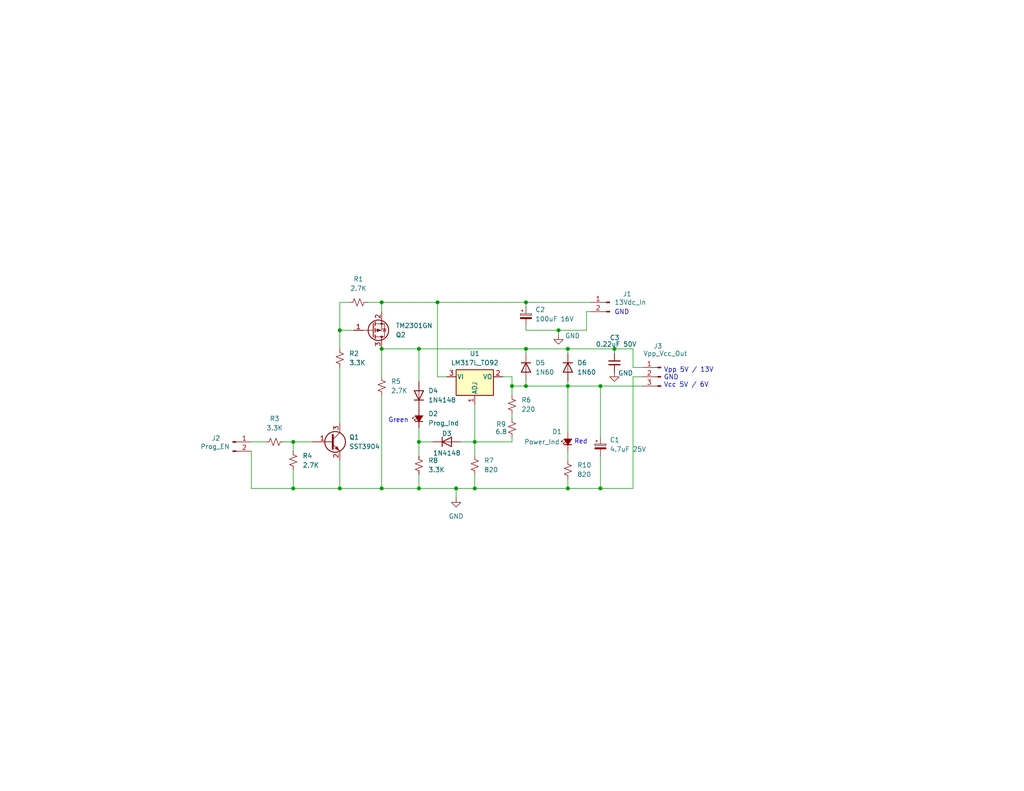
<source format=kicad_sch>
(kicad_sch (version 20231120) (generator "eeschema") (generator_version "8.0")
  (paper "USLetter")
  (title_block (title "EPROM Programmer Power Supply") (date "2025-10-31") (rev "0.1") (company "Department of Computer Technology, College of Computer Studies") (comment 1 "De La Salle University, Manila") (comment 2 "Design: Clement Ong"))
  (lib_symbols
    (symbol "Connector:Conn_01x02_Pin" (pin_names (offset 1.016) hide)
      (property "Reference" "J" (at 0 2.54 0))
      (property "Value" "Conn_01x02_Pin" (at 0 -5.08 0))
      (symbol "Conn_01x02_Pin_1_1"
        (polyline (pts (xy 1.27 -2.54) (xy 0.8636 -2.54)) (stroke (width 0.1524)))
        (polyline (pts (xy 1.27 0) (xy 0.8636 0)) (stroke (width 0.1524)))
        (rectangle (start 0.8636 -2.413) (end 0 -2.667) (stroke (width 0.1524)) (fill (type outline)))
        (rectangle (start 0.8636 0.127) (end 0 -0.127) (stroke (width 0.1524)) (fill (type outline)))
        (pin passive line (at 5.08 0 180) (length 3.81) (name "Pin_1") (number "1"))
        (pin passive line (at 5.08 -2.54 180) (length 3.81) (name "Pin_2") (number "2"))
      )
    )
    (symbol "Connector:Conn_01x03_Pin" (pin_names (offset 1.016) hide)
      (property "Reference" "J" (at 0 5.08 0))
      (property "Value" "Conn_01x03_Pin" (at 0 -5.08 0))
      (symbol "Conn_01x03_Pin_1_1"
        (polyline (pts (xy 1.27 -2.54) (xy 0.8636 -2.54)) (stroke (width 0.1524)))
        (polyline (pts (xy 1.27 0) (xy 0.8636 0)) (stroke (width 0.1524)))
        (polyline (pts (xy 1.27 2.54) (xy 0.8636 2.54)) (stroke (width 0.1524)))
        (rectangle (start 0.8636 -2.413) (end 0 -2.667) (stroke (width 0.1524)) (fill (type outline)))
        (rectangle (start 0.8636 0.127) (end 0 -0.127) (stroke (width 0.1524)) (fill (type outline)))
        (rectangle (start 0.8636 2.667) (end 0 2.413) (stroke (width 0.1524)) (fill (type outline)))
        (pin passive line (at 5.08 2.54 180) (length 3.81) (name "Pin_1") (number "1"))
        (pin passive line (at 5.08 0 180) (length 3.81) (name "Pin_2") (number "2"))
        (pin passive line (at 5.08 -2.54 180) (length 3.81) (name "Pin_3") (number "3"))
      )
    )
    (symbol "Device:C_Polarized_Small" (pin_numbers hide) (pin_names (offset 0.254) hide)
      (property "Reference" "C" (at 0.254 1.778 0))
      (property "Value" "C_Polarized_Small" (at 0.254 -2.032 0))
      (symbol "C_Polarized_Small_0_1"
        (rectangle (start -1.524 -0.3048) (end 1.524 -0.6858) (fill (type outline)))
        (rectangle (start -1.524 0.6858) (end 1.524 0.3048))
        (polyline (pts (xy -1.27 1.524) (xy -0.762 1.524)))
        (polyline (pts (xy -1.016 1.27) (xy -1.016 1.778)))
      )
      (symbol "C_Polarized_Small_1_1"
        (pin passive line (at 0 2.54 270) (length 1.8542) (name "~") (number "1"))
        (pin passive line (at 0 -2.54 90) (length 1.8542) (name "~") (number "2"))
      )
    )
    (symbol "Device:C_Small" (pin_numbers hide) (pin_names (offset 0.254) hide)
      (property "Reference" "C" (at 0.254 1.778 0))
      (property "Value" "C_Small" (at 0.254 -2.032 0))
      (symbol "C_Small_0_1"
        (polyline (pts (xy -1.524 -0.508) (xy 1.524 -0.508)) (stroke (width 0.3302)))
        (polyline (pts (xy -1.524 0.508) (xy 1.524 0.508)) (stroke (width 0.3048)))
      )
      (symbol "C_Small_1_1"
        (pin passive line (at 0 2.54 270) (length 2.032) (name "~") (number "1"))
        (pin passive line (at 0 -2.54 90) (length 2.032) (name "~") (number "2"))
      )
    )
    (symbol "Device:LED_Small_Filled" (pin_numbers hide) (pin_names (offset 0.254) hide)
      (property "Reference" "D" (at -1.27 3.175 0))
      (property "Value" "LED_Small_Filled" (at -4.445 -2.54 0))
      (symbol "LED_Small_Filled_0_1"
        (polyline (pts (xy -0.762 -1.016) (xy -0.762 1.016)) (stroke (width 0.254)))
        (polyline (pts (xy 1.016 0) (xy -0.762 0)))
        (polyline (pts (xy 0.762 -1.016) (xy -0.762 0) (xy 0.762 1.016) (xy 0.762 -1.016)) (stroke (width 0.254)) (fill (type outline)))
        (polyline (pts (xy 0 0.762) (xy -0.508 1.27) (xy -0.254 1.27) (xy -0.508 1.27) (xy -0.508 1.016)))
        (polyline (pts (xy 0.508 1.27) (xy 0 1.778) (xy 0.254 1.778) (xy 0 1.778) (xy 0 1.524)))
      )
      (symbol "LED_Small_Filled_1_1"
        (pin passive line (at -2.54 0 0) (length 1.778) (name "K") (number "1"))
        (pin passive line (at 2.54 0 180) (length 1.778) (name "A") (number "2"))
      )
    )
    (symbol "Device:Q_PMOS_GSD" (pin_names (offset 0) hide)
      (property "Reference" "Q" (at 5.08 1.27 0))
      (property "Value" "Q_PMOS_GSD" (at 5.08 -1.27 0))
      (symbol "Q_PMOS_GSD_0_1"
        (polyline (pts (xy 0.254 0) (xy -2.54 0)))
        (polyline (pts (xy 0.254 1.905) (xy 0.254 -1.905)) (stroke (width 0.254)))
        (polyline (pts (xy 0.762 -1.27) (xy 0.762 -2.286)) (stroke (width 0.254)))
        (polyline (pts (xy 0.762 0.508) (xy 0.762 -0.508)) (stroke (width 0.254)))
        (polyline (pts (xy 0.762 2.286) (xy 0.762 1.27)) (stroke (width 0.254)))
        (polyline (pts (xy 2.54 2.54) (xy 2.54 1.778)))
        (polyline (pts (xy 2.54 -2.54) (xy 2.54 0) (xy 0.762 0)))
        (polyline (pts (xy 0.762 1.778) (xy 3.302 1.778) (xy 3.302 -1.778) (xy 0.762 -1.778)))
        (polyline (pts (xy 2.286 0) (xy 1.27 0.381) (xy 1.27 -0.381) (xy 2.286 0)) (fill (type outline)))
        (polyline (pts (xy 2.794 -0.508) (xy 2.921 -0.381) (xy 3.683 -0.381) (xy 3.81 -0.254)))
        (polyline (pts (xy 3.302 -0.381) (xy 2.921 0.254) (xy 3.683 0.254) (xy 3.302 -0.381)))
        (circle (center 1.651 0) (radius 2.794) (stroke (width 0.254)))
        (circle (center 2.54 -1.778) (radius 0.254) (fill (type outline)))
        (circle (center 2.54 1.778) (radius 0.254) (fill (type outline)))
      )
      (symbol "Q_PMOS_GSD_1_1"
        (pin input line (at -5.08 0 0) (length 2.54) (name "G") (number "1"))
        (pin passive line (at 2.54 -5.08 90) (length 2.54) (name "S") (number "2"))
        (pin passive line (at 2.54 5.08 270) (length 2.54) (name "D") (number "3"))
      )
    )
    (symbol "Device:R_Small_US" (pin_numbers hide) (pin_names (offset 0.254) hide)
      (property "Reference" "R" (at 0.762 0.508 0))
      (property "Value" "R_Small_US" (at 0.762 -1.016 0))
      (symbol "R_Small_US_1_1"
        (polyline (pts (xy 0 0) (xy 1.016 -0.381) (xy 0 -0.762) (xy -1.016 -1.143) (xy 0 -1.524)))
        (polyline (pts (xy 0 1.524) (xy 1.016 1.143) (xy 0 0.762) (xy -1.016 0.381) (xy 0 0)))
        (pin passive line (at 0 2.54 270) (length 1.016) (name "~") (number "1"))
        (pin passive line (at 0 -2.54 90) (length 1.016) (name "~") (number "2"))
      )
    )
    (symbol "Diode:1N4148" (pin_numbers hide) (pin_names hide)
      (property "Reference" "D" (at 0 2.54 0))
      (property "Value" "1N4148" (at 0 -2.54 0))
      (symbol "1N4148_0_1"
        (polyline (pts (xy -1.27 1.27) (xy -1.27 -1.27)) (stroke (width 0.254)))
        (polyline (pts (xy 1.27 0) (xy -1.27 0)))
        (polyline (pts (xy 1.27 1.27) (xy 1.27 -1.27) (xy -1.27 0) (xy 1.27 1.27)) (stroke (width 0.254)))
      )
      (symbol "1N4148_1_1"
        (pin passive line (at -3.81 0 0) (length 2.54) (name "K") (number "1"))
        (pin passive line (at 3.81 0 180) (length 2.54) (name "A") (number "2"))
      )
    )
    (symbol "Diode:1N914" (pin_numbers hide) (pin_names hide)
      (property "Reference" "D" (at 0 2.54 0))
      (property "Value" "1N914" (at 0 -2.54 0))
      (symbol "1N914_0_1"
        (polyline (pts (xy -1.27 1.27) (xy -1.27 -1.27)) (stroke (width 0.254)))
        (polyline (pts (xy 1.27 0) (xy -1.27 0)))
        (polyline (pts (xy 1.27 1.27) (xy 1.27 -1.27) (xy -1.27 0) (xy 1.27 1.27)) (stroke (width 0.254)))
      )
      (symbol "1N914_1_1"
        (pin passive line (at -3.81 0 0) (length 2.54) (name "K") (number "1"))
        (pin passive line (at 3.81 0 180) (length 2.54) (name "A") (number "2"))
      )
    )
    (symbol "Regulator_Linear:LM317L_TO92" (pin_names (offset 0.254))
      (property "Reference" "U" (at -3.81 3.175 0))
      (property "Value" "LM317L_TO92" (at 0 3.175 0))
      (symbol "LM317L_TO92_0_1"
        (rectangle (start -5.08 1.905) (end 5.08 -5.08) (stroke (width 0.254)) (fill (type background)))
      )
      (symbol "LM317L_TO92_1_1"
        (pin input line (at 0 -7.62 90) (length 2.54) (name "ADJ") (number "1"))
        (pin power_out line (at 7.62 0 180) (length 2.54) (name "VO") (number "2"))
        (pin power_in line (at -7.62 0 0) (length 2.54) (name "VI") (number "3"))
      )
    )
    (symbol "Transistor_BJT:MMBT3904" (pin_names (offset 0) hide)
      (property "Reference" "Q" (at 5.08 1.905 0))
      (property "Value" "MMBT3904" (at 5.08 0 0))
      (symbol "MMBT3904_0_1"
        (polyline (pts (xy 0.635 0.635) (xy 2.54 2.54)))
        (polyline (pts (xy 0.635 -0.635) (xy 2.54 -2.54) (xy 2.54 -2.54)))
        (polyline (pts (xy 0.635 1.905) (xy 0.635 -1.905) (xy 0.635 -1.905)) (stroke (width 0.508)))
        (polyline (pts (xy 1.27 -1.778) (xy 1.778 -1.27) (xy 2.286 -2.286) (xy 1.27 -1.778) (xy 1.27 -1.778)) (fill (type outline)))
        (circle (center 1.27 0) (radius 2.8194) (stroke (width 0.254)))
      )
      (symbol "MMBT3904_1_1"
        (pin input line (at -5.08 0 0) (length 5.715) (name "B") (number "1"))
        (pin passive line (at 2.54 -5.08 90) (length 2.54) (name "E") (number "2"))
        (pin passive line (at 2.54 5.08 270) (length 2.54) (name "C") (number "3"))
      )
    )
    (symbol "power:GND" (power) (pin_numbers hide) (pin_names (offset 0) hide)
      (property "Value" "GND" (at 0 -3.81 0))
      (symbol "GND_0_1"
        (polyline (pts (xy 0 0) (xy 0 -1.27) (xy 1.27 -1.27) (xy 0 -2.54) (xy -1.27 -1.27) (xy 0 -1.27)))
      )
      (symbol "GND_1_1"
        (pin power_in line (at 0 0 270) (length 0) (name "~") (number "1"))
      )
    )
  )
  (junction (at 143.51 82.55))
  (junction (at 104.14 82.55))
  (junction (at 114.3 120.65))
  (junction (at 139.7 105.41))
  (junction (at 114.3 95.25))
  (junction (at 124.46 133.35))
  (junction (at 163.83 133.35))
  (junction (at 129.54 133.35))
  (junction (at 163.83 105.41))
  (junction (at 129.54 120.65))
  (junction (at 119.38 82.55))
  (junction (at 154.94 95.25))
  (junction (at 80.01 120.65))
  (junction (at 92.71 90.17))
  (junction (at 104.14 133.35))
  (junction (at 143.51 95.25))
  (junction (at 143.51 105.41))
  (junction (at 80.01 133.35))
  (junction (at 114.3 133.35))
  (junction (at 167.64 95.25))
  (junction (at 152.4 90.17))
  (junction (at 154.94 133.35))
  (junction (at 104.14 95.25))
  (junction (at 154.94 105.41))
  (junction (at 92.71 133.35))
  (wire (pts (xy 114.3 95.25) (xy 114.3 104.14)))
  (wire (pts (xy 114.3 120.65) (xy 118.11 120.65)))
  (wire (pts (xy 125.73 120.65) (xy 129.54 120.65)))
  (wire (pts (xy 154.94 104.14) (xy 154.94 105.41)))
  (wire (pts (xy 143.51 104.14) (xy 143.51 105.41)))
  (wire (pts (xy 68.58 133.35) (xy 80.01 133.35)))
  (wire (pts (xy 114.3 129.54) (xy 114.3 133.35)))
  (wire (pts (xy 129.54 133.35) (xy 154.94 133.35)))
  (wire (pts (xy 100.33 82.55) (xy 104.14 82.55)))
  (wire (pts (xy 68.58 120.65) (xy 72.39 120.65)))
  (wire (pts (xy 139.7 105.41) (xy 139.7 102.87)))
  (wire (pts (xy 143.51 90.17) (xy 152.4 90.17)))
  (wire (pts (xy 114.3 133.35) (xy 124.46 133.35)))
  (wire (pts (xy 80.01 120.65) (xy 85.09 120.65)))
  (wire (pts (xy 114.3 116.84) (xy 114.3 120.65)))
  (wire (pts (xy 92.71 100.33) (xy 92.71 115.57)))
  (wire (pts (xy 92.71 133.35) (xy 104.14 133.35)))
  (wire (pts (xy 143.51 105.41) (xy 154.94 105.41)))
  (wire (pts (xy 80.01 120.65) (xy 80.01 123.19)))
  (wire (pts (xy 160.02 85.09) (xy 161.29 85.09)))
  (wire (pts (xy 143.51 82.55) (xy 143.51 83.82)))
  (wire (pts (xy 143.51 82.55) (xy 119.38 82.55)))
  (wire (pts (xy 92.71 90.17) (xy 96.52 90.17)))
  (wire (pts (xy 139.7 120.65) (xy 139.7 119.38)))
  (wire (pts (xy 104.14 107.95) (xy 104.14 133.35)))
  (wire (pts (xy 167.64 96.52) (xy 167.64 95.25)))
  (wire (pts (xy 129.54 129.54) (xy 129.54 133.35)))
  (wire (pts (xy 129.54 120.65) (xy 129.54 124.46)))
  (wire (pts (xy 152.4 90.17) (xy 152.4 91.44)))
  (wire (pts (xy 161.29 82.55) (xy 143.51 82.55)))
  (wire (pts (xy 152.4 90.17) (xy 160.02 90.17)))
  (wire (pts (xy 163.83 105.41) (xy 175.26 105.41)))
  (wire (pts (xy 154.94 123.19) (xy 154.94 125.73)))
  (wire (pts (xy 172.72 95.25) (xy 172.72 100.33)))
  (wire (pts (xy 139.7 113.03) (xy 139.7 114.3)))
  (wire (pts (xy 167.64 95.25) (xy 172.72 95.25)))
  (wire (pts (xy 104.14 95.25) (xy 104.14 102.87)))
  (wire (pts (xy 80.01 128.27) (xy 80.01 133.35)))
  (wire (pts (xy 163.83 105.41) (xy 163.83 119.38)))
  (wire (pts (xy 172.72 133.35) (xy 172.72 102.87)))
  (wire (pts (xy 154.94 105.41) (xy 154.94 118.11)))
  (wire (pts (xy 137.16 102.87) (xy 139.7 102.87)))
  (wire (pts (xy 124.46 133.35) (xy 129.54 133.35)))
  (wire (pts (xy 80.01 133.35) (xy 92.71 133.35)))
  (wire (pts (xy 77.47 120.65) (xy 80.01 120.65)))
  (wire (pts (xy 172.72 100.33) (xy 175.26 100.33)))
  (wire (pts (xy 139.7 107.95) (xy 139.7 105.41)))
  (wire (pts (xy 163.83 133.35) (xy 172.72 133.35)))
  (wire (pts (xy 114.3 95.25) (xy 143.51 95.25)))
  (wire (pts (xy 119.38 82.55) (xy 119.38 102.87)))
  (wire (pts (xy 160.02 85.09) (xy 160.02 90.17)))
  (wire (pts (xy 129.54 120.65) (xy 139.7 120.65)))
  (wire (pts (xy 154.94 130.81) (xy 154.94 133.35)))
  (wire (pts (xy 114.3 120.65) (xy 114.3 124.46)))
  (wire (pts (xy 104.14 133.35) (xy 114.3 133.35)))
  (wire (pts (xy 154.94 105.41) (xy 163.83 105.41)))
  (wire (pts (xy 92.71 90.17) (xy 92.71 95.25)))
  (wire (pts (xy 92.71 82.55) (xy 92.71 90.17)))
  (wire (pts (xy 92.71 125.73) (xy 92.71 133.35)))
  (wire (pts (xy 163.83 124.46) (xy 163.83 133.35)))
  (wire (pts (xy 139.7 105.41) (xy 143.51 105.41)))
  (wire (pts (xy 143.51 95.25) (xy 143.51 96.52)))
  (wire (pts (xy 154.94 95.25) (xy 154.94 96.52)))
  (wire (pts (xy 95.25 82.55) (xy 92.71 82.55)))
  (wire (pts (xy 143.51 95.25) (xy 154.94 95.25)))
  (wire (pts (xy 143.51 90.17) (xy 143.51 88.9)))
  (wire (pts (xy 104.14 82.55) (xy 104.14 85.09)))
  (wire (pts (xy 154.94 133.35) (xy 163.83 133.35)))
  (wire (pts (xy 68.58 123.19) (xy 68.58 133.35)))
  (wire (pts (xy 121.92 102.87) (xy 119.38 102.87)))
  (wire (pts (xy 172.72 102.87) (xy 175.26 102.87)))
  (wire (pts (xy 124.46 135.89) (xy 124.46 133.35)))
  (wire (pts (xy 154.94 95.25) (xy 167.64 95.25)))
  (wire (pts (xy 104.14 82.55) (xy 119.38 82.55)))
  (wire (pts (xy 104.14 95.25) (xy 114.3 95.25)))
  (wire (pts (xy 129.54 110.49) (xy 129.54 120.65)))
  (text "Green" (at 108.712 114.808 0) (effects (font (size 1.27 1.27))))
  (text "Vpp 5V / 13V\nGND\nVcc 5V / 6V" (at 181.102 103.124 0) (effects (font (size 1.27 1.27)) (justify left)))
  (text "GND" (at 169.672 85.344 0) (effects (font (size 1.27 1.27))))
  (text "Red" (at 158.496 120.65 0) (effects (font (size 1.27 1.27))))
  (symbol (lib_id "power:GND") (at 124.46 135.89 0) (unit 1)
    (property "Reference" "#PWR3" (effects (hide yes)))
    (property "Value" "GND" (at 124.46 140.97 0))
    (property "Description" "Power symbol creates a global label with name \"GND\" , ground" (effects (hide yes)))
  )
  (symbol (lib_id "Device:R_Small_US") (at 139.7 116.84 180) (unit 1)
    (property "Reference" "R9" (at 135.382 115.824 0) (effects (justify right)))
    (property "Value" "6.8" (at 135.128 117.856 0) (effects (justify right)))
    (property "Footprint" "Resistor_THT:R_Axial_DIN0207_L6.3mm_D2.5mm_P10.16mm_Horizontal" (effects (hide yes)))
    (property "Description" "Resistor, small US symbol" (effects (hide yes)))
  )
  (symbol (lib_id "Transistor_BJT:MMBT3904") (at 90.17 120.65 0) (unit 1)
    (property "Reference" "Q1" (at 95.25 119.3799 0) (effects (justify left)))
    (property "Value" "SST3904" (at 95.25 121.9199 0) (effects (justify left)))
    (property "Footprint" "Package_TO_SOT_SMD:SOT-23" (effects (hide yes)))
    (property "Datasheet" "https://www.onsemi.com/pdf/datasheet/pzt3904-d.pdf" (effects (hide yes)))
    (property "Description" "0.2A Ic, 40V Vce, Small Signal NPN Transistor, SOT-23" (effects (hide yes)))
  )
  (symbol (lib_id "Device:LED_Small_Filled") (at 114.3 114.3 90) (unit 1)
    (property "Reference" "D2" (at 116.84 112.9664 90) (effects (justify right)))
    (property "Value" "Prog_Ind" (at 116.84 115.5064 90) (effects (justify right)))
    (property "Footprint" "LED_THT:LED_D5.0mm" (effects (hide yes)))
    (property "Description" "Light emitting diode, small symbol, filled shape" (effects (hide yes)))
  )
  (symbol (lib_id "power:GND") (at 167.64 101.6 0) (unit 1)
    (property "Reference" "#PWR2" (effects (hide yes)))
    (property "Value" "GND" (at 170.688 101.854 0))
    (property "Description" "Power symbol creates a global label with name \"GND\" , ground" (effects (hide yes)))
  )
  (symbol (lib_id "Device:C_Polarized_Small") (at 143.51 86.36 0) (unit 1)
    (property "Reference" "C2" (at 146.05 84.5438 0) (effects (justify left)))
    (property "Value" "100uF 16V" (at 146.05 87.0838 0) (effects (justify left)))
    (property "Footprint" "Capacitor_THT:CP_Radial_D6.3mm_P2.50mm" (effects (hide yes)))
    (property "Description" "Polarized capacitor, small symbol" (effects (hide yes)))
  )
  (symbol (lib_id "Connector:Conn_01x02_Pin") (at 166.37 82.55 0) (mirror y) (unit 1)
    (property "Reference" "J1" (at 169.926 80.264 0) (effects (justify right)))
    (property "Value" "13Vdc_In" (at 167.64 82.5501 0) (effects (justify right)))
    (property "Footprint" "Connector_PinHeader_2.54mm:PinHeader_1x02_P2.54mm_Vertical" (effects (hide yes)))
    (property "Description" "Generic connector, single row, 01x02, script generated" (effects (hide yes)))
  )
  (symbol (lib_id "Device:R_Small_US") (at 92.71 97.79 0) (unit 1)
    (property "Reference" "R2" (at 95.25 96.5199 0) (effects (justify left)))
    (property "Value" "3.3K" (at 95.25 99.0599 0) (effects (justify left)))
    (property "Footprint" "Resistor_THT:R_Axial_DIN0207_L6.3mm_D2.5mm_P10.16mm_Horizontal" (effects (hide yes)))
    (property "Description" "Resistor, small US symbol" (effects (hide yes)))
  )
  (symbol (lib_id "Device:R_Small_US") (at 104.14 105.41 0) (unit 1)
    (property "Reference" "R5" (at 106.68 104.1399 0) (effects (justify left)))
    (property "Value" "2.7K" (at 106.68 106.6799 0) (effects (justify left)))
    (property "Footprint" "Resistor_THT:R_Axial_DIN0207_L6.3mm_D2.5mm_P10.16mm_Horizontal" (effects (hide yes)))
    (property "Description" "Resistor, small US symbol" (effects (hide yes)))
  )
  (symbol (lib_id "Device:R_Small_US") (at 80.01 125.73 0) (unit 1)
    (property "Reference" "R4" (at 82.55 124.4599 0) (effects (justify left)))
    (property "Value" "2.7K" (at 82.55 126.9999 0) (effects (justify left)))
    (property "Footprint" "Resistor_THT:R_Axial_DIN0207_L6.3mm_D2.5mm_P10.16mm_Horizontal" (effects (hide yes)))
    (property "Description" "Resistor, small US symbol" (effects (hide yes)))
  )
  (symbol (lib_id "Device:LED_Small_Filled") (at 154.94 120.65 90) (unit 1)
    (property "Reference" "D1" (at 150.622 117.856 90) (effects (justify right)))
    (property "Value" "Power_Ind" (at 143.002 120.65 90) (effects (justify right)))
    (property "Footprint" "LED_THT:LED_D5.0mm" (effects (hide yes)))
    (property "Description" "Light emitting diode, small symbol, filled shape" (effects (hide yes)))
  )
  (symbol (lib_id "Connector:Conn_01x03_Pin") (at 180.34 102.87 0) (mirror y) (unit 1)
    (property "Reference" "J3" (at 178.308 94.488 0) (effects (justify right)))
    (property "Value" "Vpp_Vcc_Out" (at 175.514 96.52 0) (effects (justify right)))
    (property "Footprint" "Connector_PinHeader_2.54mm:PinHeader_1x03_P2.54mm_Vertical" (effects (hide yes)))
    (property "Description" "Generic connector, single row, 01x03, script generated" (effects (hide yes)))
  )
  (symbol (lib_id "Device:C_Polarized_Small") (at 163.83 121.92 0) (unit 1)
    (property "Reference" "C1" (at 166.37 120.1038 0) (effects (justify left)))
    (property "Value" "4.7uF 25V" (at 166.37 122.6438 0) (effects (justify left)))
    (property "Footprint" "Capacitor_THT:CP_Radial_D5.0mm_P2.00mm" (effects (hide yes)))
    (property "Description" "Polarized capacitor, small symbol" (effects (hide yes)))
  )
  (symbol (lib_id "Diode:1N4148") (at 114.3 107.95 90) (unit 1)
    (property "Reference" "D4" (at 116.84 106.6799 90) (effects (justify right)))
    (property "Value" "1N4148" (at 116.84 109.2199 90) (effects (justify right)))
    (property "Footprint" "Diode_THT:D_DO-35_SOD27_P7.62mm_Horizontal" (effects (hide yes)))
    (property "Datasheet" "https://assets.nexperia.com/documents/data-sheet/1N4148_1N4448.pdf" (effects (hide yes)))
    (property "Description" "100V 0.15A standard switching diode, DO-35" (effects (hide yes)))
    (property "Sim.Device" "D" (effects (hide yes)))
    (property "Sim.Pins" "1=K 2=A" (effects (hide yes)))
  )
  (symbol (lib_id "Diode:1N914") (at 154.94 100.33 270) (unit 1)
    (property "Reference" "D6" (at 157.48 99.0599 90) (effects (justify left)))
    (property "Value" "1N60" (at 157.48 101.5999 90) (effects (justify left)))
    (property "Footprint" "Diode_THT:D_DO-35_SOD27_P7.62mm_Horizontal" (effects (hide yes)))
    (property "Datasheet" "http://www.vishay.com/docs/85622/1n914.pdf" (effects (hide yes)))
    (property "Description" "100V 0.3A Small Signal Fast Switching Diode, DO-35" (effects (hide yes)))
    (property "Sim.Device" "D" (effects (hide yes)))
    (property "Sim.Pins" "1=K 2=A" (effects (hide yes)))
  )
  (symbol (lib_id "Regulator_Linear:LM317L_TO92") (at 129.54 102.87 0) (unit 1)
    (property "Reference" "U1" (at 129.54 96.52 0))
    (property "Value" "LM317L_TO92" (at 129.54 99.06 0))
    (property "Footprint" "Package_TO_SOT_THT:TO-92_Inline" (effects (hide yes)))
    (property "Datasheet" "http://www.ti.com/lit/ds/snvs775k/snvs775k.pdf" (effects (hide yes)))
    (property "Description" "100mA 35V Adjustable Linear Regulator, TO-92" (effects (hide yes)))
  )
  (symbol (lib_id "Device:R_Small_US") (at 129.54 127 0) (unit 1)
    (property "Reference" "R7" (at 132.08 125.7299 0) (effects (justify left)))
    (property "Value" "820" (at 132.08 128.2699 0) (effects (justify left)))
    (property "Footprint" "Resistor_THT:R_Axial_DIN0207_L6.3mm_D2.5mm_P10.16mm_Horizontal" (effects (hide yes)))
    (property "Description" "Resistor, small US symbol" (effects (hide yes)))
  )
  (symbol (lib_id "Device:Q_PMOS_GSD") (at 101.6 90.17 0) (mirror x) (unit 1)
    (property "Reference" "Q2" (at 107.95 91.4401 0) (effects (justify left)))
    (property "Value" "TM2301GN" (at 107.95 88.9001 0) (effects (justify left)))
    (property "Footprint" "Package_TO_SOT_SMD:SOT-23" (effects (hide yes)))
    (property "Datasheet" "https://www.vbsemi.com/Package/SOT23-3/TM2301GN-VB.pdf" (effects (hide yes)))
    (property "Description" "P-MOSFET transistor, gate/source/drain" (effects (hide yes)))
  )
  (symbol (lib_id "Device:R_Small_US") (at 114.3 127 0) (unit 1)
    (property "Reference" "R8" (at 116.84 125.7299 0) (effects (justify left)))
    (property "Value" "3.3K" (at 116.84 128.2699 0) (effects (justify left)))
    (property "Footprint" "Resistor_THT:R_Axial_DIN0207_L6.3mm_D2.5mm_P10.16mm_Horizontal" (effects (hide yes)))
    (property "Description" "Resistor, small US symbol" (effects (hide yes)))
  )
  (symbol (lib_id "Device:R_Small_US") (at 74.93 120.65 90) (unit 1)
    (property "Reference" "R3" (at 74.93 114.3 90))
    (property "Value" "3.3K" (at 74.93 116.84 90))
    (property "Footprint" "Resistor_THT:R_Axial_DIN0207_L6.3mm_D2.5mm_P10.16mm_Horizontal" (effects (hide yes)))
    (property "Description" "Resistor, small US symbol" (effects (hide yes)))
  )
  (symbol (lib_id "Diode:1N914") (at 143.51 100.33 270) (unit 1)
    (property "Reference" "D5" (at 146.05 99.0599 90) (effects (justify left)))
    (property "Value" "1N60" (at 146.05 101.5999 90) (effects (justify left)))
    (property "Footprint" "Diode_THT:D_DO-35_SOD27_P7.62mm_Horizontal" (effects (hide yes)))
    (property "Datasheet" "http://www.vishay.com/docs/85622/1n914.pdf" (effects (hide yes)))
    (property "Description" "100V 0.3A Small Signal Fast Switching Diode, DO-35" (effects (hide yes)))
    (property "Sim.Device" "D" (effects (hide yes)))
    (property "Sim.Pins" "1=K 2=A" (effects (hide yes)))
  )
  (symbol (lib_id "Device:C_Small") (at 167.64 99.06 0) (unit 1)
    (property "Reference" "C3" (at 166.37 92.202 0) (effects (justify left)))
    (property "Value" "0.22uF 50V" (at 162.56 93.98 0) (effects (justify left)))
    (property "Footprint" "Capacitor_THT:C_Disc_D6.0mm_W4.4mm_P5.00mm" (effects (hide yes)))
    (property "Description" "Unpolarized capacitor, small symbol" (effects (hide yes)))
  )
  (symbol (lib_id "Device:R_Small_US") (at 154.94 128.27 0) (unit 1)
    (property "Reference" "R10" (at 157.48 126.9999 0) (effects (justify left)))
    (property "Value" "820" (at 157.48 129.5399 0) (effects (justify left)))
    (property "Footprint" "Resistor_THT:R_Axial_DIN0207_L6.3mm_D2.5mm_P10.16mm_Horizontal" (effects (hide yes)))
    (property "Description" "Resistor, small US symbol" (effects (hide yes)))
  )
  (symbol (lib_id "power:GND") (at 152.4 91.44 0) (unit 1)
    (property "Reference" "#PWR1" (effects (hide yes)))
    (property "Value" "GND" (at 156.21 91.694 0))
    (property "Description" "Power symbol creates a global label with name \"GND\" , ground" (effects (hide yes)))
  )
  (symbol (lib_id "Device:R_Small_US") (at 139.7 110.49 0) (unit 1)
    (property "Reference" "R6" (at 142.24 109.2199 0) (effects (justify left)))
    (property "Value" "220" (at 142.24 111.7599 0) (effects (justify left)))
    (property "Footprint" "Resistor_THT:R_Axial_DIN0207_L6.3mm_D2.5mm_P10.16mm_Horizontal" (effects (hide yes)))
    (property "Description" "Resistor, small US symbol" (effects (hide yes)))
  )
  (symbol (lib_id "Diode:1N4148") (at 121.92 120.65 0) (unit 1)
    (property "Reference" "D3" (at 121.92 118.364 0))
    (property "Value" "1N4148" (at 121.92 123.698 0))
    (property "Footprint" "Diode_THT:D_DO-35_SOD27_P7.62mm_Horizontal" (effects (hide yes)))
    (property "Datasheet" "https://assets.nexperia.com/documents/data-sheet/1N4148_1N4448.pdf" (effects (hide yes)))
    (property "Description" "100V 0.15A standard switching diode, DO-35" (effects (hide yes)))
    (property "Sim.Device" "D" (effects (hide yes)))
    (property "Sim.Pins" "1=K 2=A" (effects (hide yes)))
  )
  (symbol (lib_id "Connector:Conn_01x02_Pin") (at 63.5 120.65 0) (unit 1)
    (property "Reference" "J2" (at 58.928 119.634 0))
    (property "Value" "Prog_EN" (at 58.674 121.92 0))
    (property "Footprint" "Connector_PinHeader_2.54mm:PinHeader_1x02_P2.54mm_Vertical" (effects (hide yes)))
    (property "Description" "Generic connector, single row, 01x02, script generated" (effects (hide yes)))
  )
  (symbol (lib_id "Device:R_Small_US") (at 97.79 82.55 270) (unit 1)
    (property "Reference" "R1" (at 97.79 76.2 90))
    (property "Value" "2.7K" (at 97.79 78.74 90))
    (property "Footprint" "Resistor_THT:R_Axial_DIN0207_L6.3mm_D2.5mm_P10.16mm_Horizontal" (effects (hide yes)))
    (property "Description" "Resistor, small US symbol" (effects (hide yes)))
  )
)
</source>
